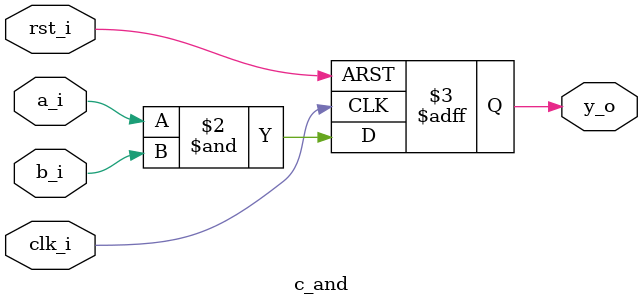
<source format=sv>
module c_and#(
    parameter int Width =8
)(
    input logic clk_i,
    input logic rst_i,
    input logic a_i,
    input logic b_i,
    output logic y_o

);

always_ff @(posedge clk_i or posedge rst_i) begin
if(rst_i) begin
    y_o <= 1'b0;
end else begin
    y_o <= a_i & b_i;
end
end

endmodule: c_and
</source>
